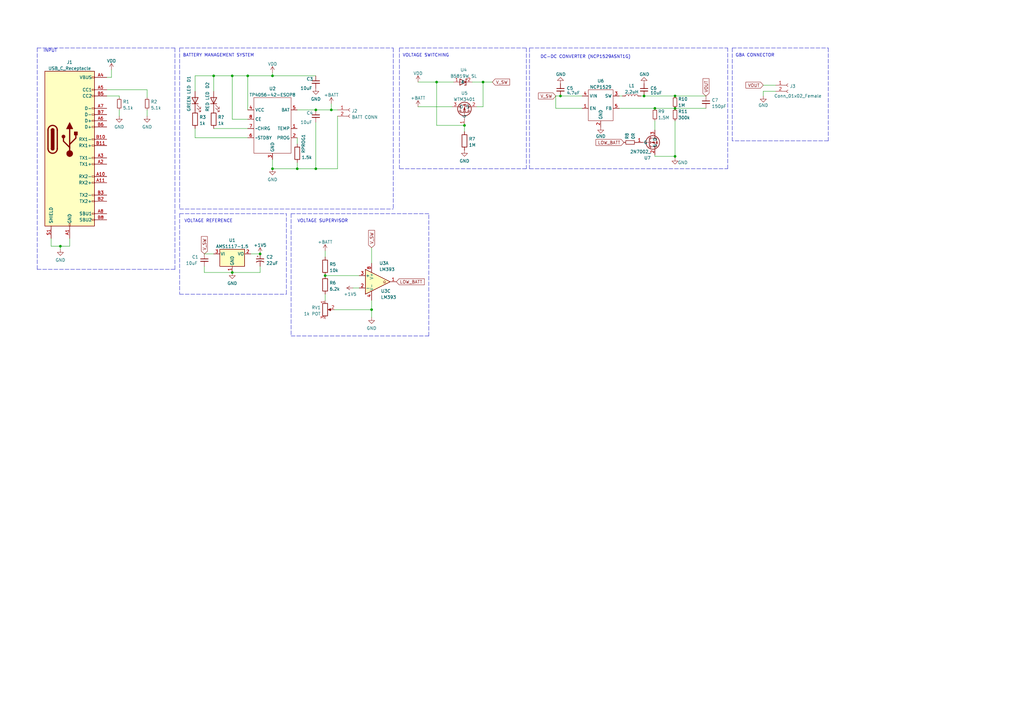
<source format=kicad_sch>
(kicad_sch (version 20211123) (generator eeschema)
  (paper "A3")
  (lib_symbols
    (symbol "BMS:TP4056-42-ESOP8"
      (property "Reference" "U" (at 0 17.78 0))
      (property "Value" "TP4056-42-ESOP8" (at 0 15.24 0))
      (symbol "TP4056-42-ESOP8_0_1"
        (rectangle (start -7.62 12.7) (end 7.62 -10.16) (stroke (width 0.1524)))
      )
      (symbol "TP4056-42-ESOP8_1_1"
        (pin input line (at 10.16 0 180) (length 2.54) (name "TEMP") (number "1"))
        (pin input line (at 10.16 -3.81 180) (length 2.54) (name "PROG") (number "2"))
        (pin power_in line (at 0 -12.7 90) (length 2.54) (name "GND") (number "3"))
        (pin power_in line (at -10.16 7.62 0) (length 2.54) (name "VCC") (number "4"))
        (pin output line (at 10.16 7.62 180) (length 2.54) (name "BAT") (number "5"))
        (pin output line (at -10.16 -3.81 0) (length 2.54) (name "~STDBY") (number "6"))
        (pin output line (at -10.16 0 0) (length 2.54) (name "~CHRG") (number "7"))
        (pin input line (at -10.16 3.81 0) (length 2.54) (name "CE") (number "8"))
      )
    )
    (symbol "Comparator:LM393" (pin_names (offset 0.127))
      (property "Reference" "U" (at 3.81 3.81 0))
      (property "Value" "LM393" (at 6.35 -3.81 0))
      (symbol "LM393_1_1"
        (polyline (pts (xy -5.08 5.08) (xy 5.08 0) (xy -5.08 -5.08) (xy -5.08 5.08)) (stroke (width 0.254)) (fill (type background)))
        (polyline (pts (xy 3.302 -0.508) (xy 2.794 -0.508) (xy 3.302 0) (xy 2.794 0.508) (xy 2.286 0) (xy 2.794 -0.508) (xy 2.286 -0.508)) (stroke (width 0.127)))
        (pin open_collector line (at 7.62 0 180) (length 2.54) (name "~") (number "1"))
        (pin input line (at -7.62 -2.54 0) (length 2.54) (name "-") (number "2"))
        (pin input line (at -7.62 2.54 0) (length 2.54) (name "+") (number "3"))
      )
      (symbol "LM393_2_1"
        (polyline (pts (xy -5.08 5.08) (xy 5.08 0) (xy -5.08 -5.08) (xy -5.08 5.08)) (stroke (width 0.254)) (fill (type background)))
        (polyline (pts (xy 3.302 -0.508) (xy 2.794 -0.508) (xy 3.302 0) (xy 2.794 0.508) (xy 2.286 0) (xy 2.794 -0.508) (xy 2.286 -0.508)) (stroke (width 0.127)))
        (pin input line (at -7.62 2.54 0) (length 2.54) (name "+") (number "5"))
        (pin input line (at -7.62 -2.54 0) (length 2.54) (name "_") (number "6"))
        (pin open_collector line (at 7.62 0 180) (length 2.54) (name "~") (number "7"))
      )
      (symbol "LM393_3_1"
        (pin power_in line (at -2.54 -7.62 90) (length 3.81) (name "V-") (number "4"))
        (pin power_in line (at -2.54 7.62 270) (length 3.81) (name "V+") (number "8"))
      )
    )
    (symbol "Connector:Conn_01x02_Female" (pin_names (offset 1.016) hide)
      (property "Reference" "J" (at 0 2.54 0))
      (property "Value" "Conn_01x02_Female" (at 0 -5.08 0))
      (symbol "Conn_01x02_Female_1_1"
        (arc (start 0 -2.032) (mid -0.508 -2.54) (end 0 -3.048) (stroke (width 0.1524)))
        (polyline (pts (xy -1.27 -2.54) (xy -0.508 -2.54)) (stroke (width 0.1524)))
        (polyline (pts (xy -1.27 0) (xy -0.508 0)) (stroke (width 0.1524)))
        (arc (start 0 0.508) (mid -0.508 0) (end 0 -0.508) (stroke (width 0.1524)))
        (pin passive line (at -5.08 0 0) (length 3.81) (name "Pin_1") (number "1"))
        (pin passive line (at -5.08 -2.54 0) (length 3.81) (name "Pin_2") (number "2"))
      )
    )
    (symbol "Connector:USB_C_Receptacle" (pin_names (offset 1.016))
      (property "Reference" "J" (at -10.16 29.21 0))
      (property "Value" "USB_C_Receptacle" (at 10.16 29.21 0))
      (symbol "USB_C_Receptacle_0_0"
        (rectangle (start -0.254 -35.56) (end 0.254 -34.544))
        (rectangle (start 10.16 -32.766) (end 9.144 -33.274))
        (rectangle (start 10.16 -30.226) (end 9.144 -30.734))
        (rectangle (start 10.16 -25.146) (end 9.144 -25.654))
        (rectangle (start 10.16 -22.606) (end 9.144 -23.114))
        (rectangle (start 10.16 -17.526) (end 9.144 -18.034))
        (rectangle (start 10.16 -14.986) (end 9.144 -15.494))
        (rectangle (start 10.16 -9.906) (end 9.144 -10.414))
        (rectangle (start 10.16 -7.366) (end 9.144 -7.874))
        (rectangle (start 10.16 -2.286) (end 9.144 -2.794))
        (rectangle (start 10.16 0.254) (end 9.144 -0.254))
        (rectangle (start 10.16 5.334) (end 9.144 4.826))
        (rectangle (start 10.16 7.874) (end 9.144 7.366))
        (rectangle (start 10.16 10.414) (end 9.144 9.906))
        (rectangle (start 10.16 12.954) (end 9.144 12.446))
        (rectangle (start 10.16 18.034) (end 9.144 17.526))
        (rectangle (start 10.16 20.574) (end 9.144 20.066))
        (rectangle (start 10.16 25.654) (end 9.144 25.146))
      )
      (symbol "USB_C_Receptacle_0_1"
        (rectangle (start -10.16 27.94) (end 10.16 -35.56) (stroke (width 0.254)) (fill (type background)))
        (arc (start -8.89 -3.81) (mid -6.985 -5.715) (end -5.08 -3.81) (stroke (width 0.508)))
        (arc (start -7.62 -3.81) (mid -6.985 -4.445) (end -6.35 -3.81) (stroke (width 0.254)))
        (arc (start -7.62 -3.81) (mid -6.985 -4.445) (end -6.35 -3.81) (stroke (width 0.254)) (fill (type outline)))
        (rectangle (start -7.62 -3.81) (end -6.35 3.81) (stroke (width 0.254)) (fill (type outline)))
        (arc (start -6.35 3.81) (mid -6.985 4.445) (end -7.62 3.81) (stroke (width 0.254)))
        (arc (start -6.35 3.81) (mid -6.985 4.445) (end -7.62 3.81) (stroke (width 0.254)) (fill (type outline)))
        (arc (start -5.08 3.81) (mid -6.985 5.715) (end -8.89 3.81) (stroke (width 0.508)))
        (polyline (pts (xy -8.89 -3.81) (xy -8.89 3.81)) (stroke (width 0.508)))
        (polyline (pts (xy -5.08 3.81) (xy -5.08 -3.81)) (stroke (width 0.508)))
      )
      (symbol "USB_C_Receptacle_1_1"
        (circle (center -2.54 1.143) (radius 0.635) (stroke (width 0.254)) (fill (type outline)))
        (circle (center 0 -5.842) (radius 1.27) (fill (type outline)))
        (polyline (pts (xy 0 -5.842) (xy 0 4.318)) (stroke (width 0.508)))
        (polyline (pts (xy 0 -3.302) (xy -2.54 -0.762) (xy -2.54 0.508)) (stroke (width 0.508)))
        (polyline (pts (xy 0 -2.032) (xy 2.54 0.508) (xy 2.54 1.778)) (stroke (width 0.508)))
        (polyline (pts (xy -1.27 4.318) (xy 0 6.858) (xy 1.27 4.318) (xy -1.27 4.318)) (stroke (width 0.254)) (fill (type outline)))
        (rectangle (start 1.905 1.778) (end 3.175 3.048) (stroke (width 0.254)) (fill (type outline)))
        (pin passive line (at 0 -40.64 90) (length 5.08) (name "GND") (number "A1"))
        (pin bidirectional line (at 15.24 -15.24 180) (length 5.08) (name "RX2-") (number "A10"))
        (pin bidirectional line (at 15.24 -17.78 180) (length 5.08) (name "RX2+") (number "A11"))
        (pin passive line (at 0 -40.64 90) (length 5.08) hide (name "GND") (number "A12"))
        (pin bidirectional line (at 15.24 -10.16 180) (length 5.08) (name "TX1+") (number "A2"))
        (pin bidirectional line (at 15.24 -7.62 180) (length 5.08) (name "TX1-") (number "A3"))
        (pin passive line (at 15.24 25.4 180) (length 5.08) (name "VBUS") (number "A4"))
        (pin bidirectional line (at 15.24 20.32 180) (length 5.08) (name "CC1") (number "A5"))
        (pin bidirectional line (at 15.24 7.62 180) (length 5.08) (name "D+") (number "A6"))
        (pin bidirectional line (at 15.24 12.7 180) (length 5.08) (name "D-") (number "A7"))
        (pin bidirectional line (at 15.24 -30.48 180) (length 5.08) (name "SBU1") (number "A8"))
        (pin passive line (at 15.24 25.4 180) (length 5.08) hide (name "VBUS") (number "A9"))
        (pin passive line (at 0 -40.64 90) (length 5.08) hide (name "GND") (number "B1"))
        (pin bidirectional line (at 15.24 0 180) (length 5.08) (name "RX1-") (number "B10"))
        (pin bidirectional line (at 15.24 -2.54 180) (length 5.08) (name "RX1+") (number "B11"))
        (pin passive line (at 0 -40.64 90) (length 5.08) hide (name "GND") (number "B12"))
        (pin bidirectional line (at 15.24 -25.4 180) (length 5.08) (name "TX2+") (number "B2"))
        (pin bidirectional line (at 15.24 -22.86 180) (length 5.08) (name "TX2-") (number "B3"))
        (pin passive line (at 15.24 25.4 180) (length 5.08) hide (name "VBUS") (number "B4"))
        (pin bidirectional line (at 15.24 17.78 180) (length 5.08) (name "CC2") (number "B5"))
        (pin bidirectional line (at 15.24 5.08 180) (length 5.08) (name "D+") (number "B6"))
        (pin bidirectional line (at 15.24 10.16 180) (length 5.08) (name "D-") (number "B7"))
        (pin bidirectional line (at 15.24 -33.02 180) (length 5.08) (name "SBU2") (number "B8"))
        (pin passive line (at 15.24 25.4 180) (length 5.08) hide (name "VBUS") (number "B9"))
        (pin passive line (at -7.62 -40.64 90) (length 5.08) (name "SHIELD") (number "S1"))
      )
    )
    (symbol "DC_DC:NCP1529"
      (property "Reference" "U" (at 0 10.795 0))
      (property "Value" "NCP1529" (at 0 8.255 0))
      (symbol "NCP1529_0_1"
        (rectangle (start -5.08 6.35) (end 5.08 -6.35) (stroke (width 0.1524)))
      )
      (symbol "NCP1529_1_1"
        (pin input line (at -7.62 -1.27 0) (length 2.54) (name "EN") (number "1"))
        (pin input line (at 0 -8.89 90) (length 2.54) (name "GND") (number "2"))
        (pin input line (at 7.62 3.81 180) (length 2.54) (name "SW") (number "3"))
        (pin input line (at -7.62 3.81 0) (length 2.54) (name "VIN") (number "4"))
        (pin input line (at 7.62 -1.27 180) (length 2.54) (name "FB") (number "5"))
      )
    )
    (symbol "DIODE:SHOTTKY"
      (property "Reference" "U" (at 0 3.175 0))
      (property "Value" "SHOTTKY" (at 0 5.08 0))
      (symbol "SHOTTKY_0_1"
        (polyline (pts (xy 1.27 -1.27) (xy 0.635 -1.27)) (stroke (width 0.254)))
        (polyline (pts (xy 1.27 0) (xy -1.27 0)))
        (polyline (pts (xy 1.27 1.27) (xy 1.27 -1.27)) (stroke (width 0.254)))
        (polyline (pts (xy 1.27 1.27) (xy 1.905 1.27)) (stroke (width 0.25)))
        (polyline (pts (xy -1.27 -1.27) (xy -1.27 1.27) (xy 1.27 0) (xy -1.27 -1.27)) (stroke (width 0.254)))
      )
      (symbol "SHOTTKY_1_1"
        (pin passive line (at -3.81 0 0) (length 2.54) (name "A") (number "1"))
        (pin passive line (at 3.81 0 180) (length 2.54) (name "K") (number "2"))
      )
    )
    (symbol "Device:C_Polarized_Small_US" (pin_numbers hide) (pin_names (offset 0.254) hide)
      (property "Reference" "C" (at 0.254 1.778 0))
      (property "Value" "C_Polarized_Small_US" (at 0.254 -2.032 0))
      (symbol "C_Polarized_Small_US_0_1"
        (polyline (pts (xy -1.524 0.508) (xy 1.524 0.508)) (stroke (width 0.3048)))
        (polyline (pts (xy -1.27 1.524) (xy -0.762 1.524)))
        (polyline (pts (xy -1.016 1.27) (xy -1.016 1.778)))
        (arc (start 1.524 -0.762) (mid 0 -0.3734) (end -1.524 -0.762) (stroke (width 0.3048)))
      )
      (symbol "C_Polarized_Small_US_1_1"
        (pin passive line (at 0 2.54 270) (length 2.032) (name "~") (number "1"))
        (pin passive line (at 0 -2.54 90) (length 2.032) (name "~") (number "2"))
      )
    )
    (symbol "Device:C_Small" (pin_numbers hide) (pin_names (offset 0.254) hide)
      (property "Reference" "C" (at 0.254 1.778 0))
      (property "Value" "C_Small" (at 0.254 -2.032 0))
      (symbol "C_Small_0_1"
        (polyline (pts (xy -1.524 -0.508) (xy 1.524 -0.508)) (stroke (width 0.3302)))
        (polyline (pts (xy -1.524 0.508) (xy 1.524 0.508)) (stroke (width 0.3048)))
      )
      (symbol "C_Small_1_1"
        (pin passive line (at 0 2.54 270) (length 2.032) (name "~") (number "1"))
        (pin passive line (at 0 -2.54 90) (length 2.032) (name "~") (number "2"))
      )
    )
    (symbol "Device:L" (pin_numbers hide) (pin_names (offset 1.016) hide)
      (property "Reference" "L" (at -1.27 0 90))
      (property "Value" "L" (at 1.905 0 90))
      (symbol "L_0_1"
        (arc (start 0 -2.54) (mid 0.635 -1.905) (end 0 -1.27))
        (arc (start 0 -1.27) (mid 0.635 -0.635) (end 0 0))
        (arc (start 0 0) (mid 0.635 0.635) (end 0 1.27))
        (arc (start 0 1.27) (mid 0.635 1.905) (end 0 2.54))
      )
      (symbol "L_1_1"
        (pin passive line (at 0 3.81 270) (length 1.27) (name "1") (number "1"))
        (pin passive line (at 0 -3.81 90) (length 1.27) (name "2") (number "2"))
      )
    )
    (symbol "Device:LED" (pin_numbers hide) (pin_names (offset 1.016) hide)
      (property "Reference" "D" (at 0 2.54 0))
      (property "Value" "LED" (at 0 -2.54 0))
      (symbol "LED_0_1"
        (polyline (pts (xy -1.27 -1.27) (xy -1.27 1.27)) (stroke (width 0.254)))
        (polyline (pts (xy -1.27 0) (xy 1.27 0)))
        (polyline (pts (xy 1.27 -1.27) (xy 1.27 1.27) (xy -1.27 0) (xy 1.27 -1.27)) (stroke (width 0.254)))
        (polyline (pts (xy -3.048 -0.762) (xy -4.572 -2.286) (xy -3.81 -2.286) (xy -4.572 -2.286) (xy -4.572 -1.524)))
        (polyline (pts (xy -1.778 -0.762) (xy -3.302 -2.286) (xy -2.54 -2.286) (xy -3.302 -2.286) (xy -3.302 -1.524)))
      )
      (symbol "LED_1_1"
        (pin passive line (at -3.81 0 0) (length 2.54) (name "K") (number "1"))
        (pin passive line (at 3.81 0 180) (length 2.54) (name "A") (number "2"))
      )
    )
    (symbol "Device:R" (pin_numbers hide) (pin_names (offset 0))
      (property "Reference" "R" (at 2.032 0 90))
      (property "Value" "R" (at 0 0 90))
      (symbol "R_0_1"
        (rectangle (start -1.016 -2.54) (end 1.016 2.54) (stroke (width 0.254)))
      )
      (symbol "R_1_1"
        (pin passive line (at 0 3.81 270) (length 1.27) (name "~") (number "1"))
        (pin passive line (at 0 -3.81 90) (length 1.27) (name "~") (number "2"))
      )
    )
    (symbol "Device:R_Potentiometer" (pin_names (offset 1.016) hide)
      (property "Reference" "RV" (at -4.445 0 90))
      (property "Value" "R_Potentiometer" (at -2.54 0 90))
      (symbol "R_Potentiometer_0_1"
        (polyline (pts (xy 2.54 0) (xy 1.524 0)))
        (polyline (pts (xy 1.143 0) (xy 2.286 0.508) (xy 2.286 -0.508) (xy 1.143 0)) (fill (type outline)))
        (rectangle (start 1.016 2.54) (end -1.016 -2.54) (stroke (width 0.254)))
      )
      (symbol "R_Potentiometer_1_1"
        (pin passive line (at 0 3.81 270) (length 1.27) (name "1") (number "1"))
        (pin passive line (at 3.81 0 180) (length 1.27) (name "2") (number "2"))
        (pin passive line (at 0 -3.81 90) (length 1.27) (name "3") (number "3"))
      )
    )
    (symbol "Device:R_Small" (pin_numbers hide) (pin_names (offset 0.254) hide)
      (property "Reference" "R" (at 0.762 0.508 0))
      (property "Value" "R_Small" (at 0.762 -1.016 0))
      (symbol "R_Small_0_1"
        (rectangle (start -0.762 1.778) (end 0.762 -1.778) (stroke (width 0.2032)))
      )
      (symbol "R_Small_1_1"
        (pin passive line (at 0 2.54 270) (length 0.762) (name "~") (number "1"))
        (pin passive line (at 0 -2.54 90) (length 0.762) (name "~") (number "2"))
      )
    )
    (symbol "MOSFET:2N7002_"
      (property "Reference" "U" (at 0 12.7 0))
      (property "Value" "2N7002_" (at 0 15.24 0))
      (symbol "2N7002__0_1"
        (circle (center -0.889 0) (radius 2.794) (stroke (width 0.254)))
        (circle (center 0 -1.778) (radius 0.254) (fill (type outline)))
        (polyline (pts (xy -2.286 0) (xy -5.08 0)))
        (polyline (pts (xy -2.286 1.905) (xy -2.286 -1.905)) (stroke (width 0.254)))
        (polyline (pts (xy -1.778 -1.27) (xy -1.778 -2.286)) (stroke (width 0.254)))
        (polyline (pts (xy -1.778 0.508) (xy -1.778 -0.508)) (stroke (width 0.254)))
        (polyline (pts (xy -1.778 2.286) (xy -1.778 1.27)) (stroke (width 0.254)))
        (polyline (pts (xy 0 2.54) (xy 0 1.778)))
        (polyline (pts (xy 0 -2.54) (xy 0 0) (xy -1.778 0)))
        (polyline (pts (xy -1.778 1.778) (xy 0.762 1.778) (xy 0.762 -1.778) (xy -1.778 -1.778)))
        (polyline (pts (xy -1.27 0) (xy -0.254 -0.381) (xy -0.254 0.381) (xy -1.27 0)) (fill (type outline)))
        (polyline (pts (xy 0.254 -0.508) (xy 0.381 -0.381) (xy 1.143 -0.381) (xy 1.27 -0.254)))
        (polyline (pts (xy 0.762 -0.381) (xy 0.381 0.254) (xy 1.143 0.254) (xy 0.762 -0.381)))
        (circle (center 0 1.778) (radius 0.254) (fill (type outline)))
      )
      (symbol "2N7002__1_1"
        (pin input line (at -7.62 0 0) (length 2.54) (name "G") (number "1"))
        (pin passive line (at 0 -5.08 90) (length 2.54) (name "S") (number "2"))
        (pin passive line (at 0 5.08 270) (length 2.54) (name "D") (number "3"))
      )
    )
    (symbol "MOSFET:WTM3401"
      (property "Reference" "U" (at 0 11.43 0))
      (property "Value" "WTM3401" (at 0 13.97 0))
      (symbol "WTM3401_0_1"
        (circle (center -0.889 0) (radius 2.794) (stroke (width 0.254)))
        (circle (center 0 -1.778) (radius 0.254) (fill (type outline)))
        (polyline (pts (xy -2.286 0) (xy -5.08 0)))
        (polyline (pts (xy -2.286 1.905) (xy -2.286 -1.905)) (stroke (width 0.254)))
        (polyline (pts (xy -1.778 -1.27) (xy -1.778 -2.286)) (stroke (width 0.254)))
        (polyline (pts (xy -1.778 0.508) (xy -1.778 -0.508)) (stroke (width 0.254)))
        (polyline (pts (xy -1.778 2.286) (xy -1.778 1.27)) (stroke (width 0.254)))
        (polyline (pts (xy 0 2.54) (xy 0 1.778)))
        (polyline (pts (xy 0 -2.54) (xy 0 0) (xy -1.778 0)))
        (polyline (pts (xy -1.778 1.778) (xy 0.762 1.778) (xy 0.762 -1.778) (xy -1.778 -1.778)))
        (polyline (pts (xy -0.254 0) (xy -1.27 0.381) (xy -1.27 -0.381) (xy -0.254 0)) (fill (type outline)))
        (polyline (pts (xy 0.254 -0.508) (xy 0.381 -0.381) (xy 1.143 -0.381) (xy 1.27 -0.254)))
        (polyline (pts (xy 0.762 -0.381) (xy 0.381 0.254) (xy 1.143 0.254) (xy 0.762 -0.381)))
        (circle (center 0 1.778) (radius 0.254) (fill (type outline)))
      )
      (symbol "WTM3401_1_1"
        (pin input line (at -7.62 0 0) (length 2.54) (name "G") (number "1"))
        (pin passive line (at 0 -5.08 90) (length 2.54) (name "S") (number "2"))
        (pin passive line (at 0 5.08 270) (length 2.54) (name "D") (number "3"))
      )
    )
    (symbol "Regulator_Linear:AMS1117-1.5" (pin_names (offset 0.254))
      (property "Reference" "U" (at -3.81 3.175 0))
      (property "Value" "AMS1117-1.5" (at 0 3.175 0))
      (symbol "AMS1117-1.5_0_1"
        (rectangle (start -5.08 -5.08) (end 5.08 1.905) (stroke (width 0.254)) (fill (type background)))
      )
      (symbol "AMS1117-1.5_1_1"
        (pin power_in line (at 0 -7.62 90) (length 2.54) (name "GND") (number "1"))
        (pin power_out line (at 7.62 0 180) (length 2.54) (name "VO") (number "2"))
        (pin power_in line (at -7.62 0 0) (length 2.54) (name "VI") (number "3"))
      )
    )
    (symbol "power:+1V5" (power) (pin_names (offset 0))
      (property "Value" "+1V5" (at 0 3.556 0))
      (symbol "+1V5_0_1"
        (polyline (pts (xy -0.762 1.27) (xy 0 2.54)))
        (polyline (pts (xy 0 0) (xy 0 2.54)))
        (polyline (pts (xy 0 2.54) (xy 0.762 1.27)))
      )
      (symbol "+1V5_1_1"
        (pin power_in line (at 0 0 90) (length 0) hide (name "+1V5") (number "1"))
      )
    )
    (symbol "power:+BATT" (power) (pin_names (offset 0))
      (property "Value" "+BATT" (at 0 3.556 0))
      (symbol "+BATT_0_1"
        (polyline (pts (xy -0.762 1.27) (xy 0 2.54)))
        (polyline (pts (xy 0 0) (xy 0 2.54)))
        (polyline (pts (xy 0 2.54) (xy 0.762 1.27)))
      )
      (symbol "+BATT_1_1"
        (pin power_in line (at 0 0 90) (length 0) hide (name "+BATT") (number "1"))
      )
    )
    (symbol "power:GND" (power) (pin_names (offset 0))
      (property "Value" "GND" (at 0 -3.81 0))
      (symbol "GND_0_1"
        (polyline (pts (xy 0 0) (xy 0 -1.27) (xy 1.27 -1.27) (xy 0 -2.54) (xy -1.27 -1.27) (xy 0 -1.27)))
      )
      (symbol "GND_1_1"
        (pin power_in line (at 0 0 270) (length 0) hide (name "GND") (number "1"))
      )
    )
    (symbol "power:VDD" (power) (pin_names (offset 0))
      (property "Value" "VDD" (at 0 3.81 0))
      (symbol "VDD_0_1"
        (polyline (pts (xy -0.762 1.27) (xy 0 2.54)))
        (polyline (pts (xy 0 0) (xy 0 2.54)))
        (polyline (pts (xy 0 2.54) (xy 0.762 1.27)))
      )
      (symbol "VDD_1_1"
        (pin power_in line (at 0 0 90) (length 0) hide (name "VDD") (number "1"))
      )
    )
  )
  (junction (at 276.86 39.37))
  (junction (at 276.86 64.135))
  (junction (at 133.35 113.03))
  (junction (at 95.25 31.115))
  (junction (at 152.4 127))
  (junction (at 190.5 51.435))
  (junction (at 101.6 31.115))
  (junction (at 268.605 44.45))
  (junction (at 121.92 69.215))
  (junction (at 129.54 69.215))
  (junction (at 129.54 45.085))
  (junction (at 111.76 31.115))
  (junction (at 95.25 111.76))
  (junction (at 87.63 31.115))
  (junction (at 111.76 69.215))
  (junction (at 179.07 33.655))
  (junction (at 264.16 39.37))
  (junction (at 24.765 100.965))
  (junction (at 135.89 45.085))
  (junction (at 106.68 104.14))
  (junction (at 198.12 33.655))
  (junction (at 229.87 39.37))
  (junction (at 276.86 44.45))
  (wire (pts (xy 179.07 51.435) (xy 190.5 51.435)))
  (wire (pts (xy 133.35 120.65) (xy 133.35 123.19)))
  (wire (pts (xy 45.72 31.75) (xy 45.72 28.575)))
  (wire (pts (xy 229.87 39.37) (xy 238.76 39.37)))
  (wire (pts (xy 138.43 47.625) (xy 138.43 69.215)))
  (polyline (pts (xy 73.66 19.685) (xy 73.66 85.725)))
  (wire (pts (xy 95.25 48.895) (xy 95.25 31.115)))
  (wire (pts (xy 133.35 113.03) (xy 147.32 113.03)))
  (polyline (pts (xy 298.45 69.215) (xy 298.45 19.685)))
  (wire (pts (xy 83.82 111.76) (xy 95.25 111.76)))
  (polyline (pts (xy 73.66 87.63) (xy 117.475 87.63)))
  (wire (pts (xy 195.58 43.815) (xy 198.12 43.815)))
  (wire (pts (xy 227.965 39.37) (xy 229.87 39.37)))
  (wire (pts (xy 87.63 52.705) (xy 101.6 52.705)))
  (wire (pts (xy 238.76 44.45) (xy 227.965 44.45)))
  (wire (pts (xy 254 44.45) (xy 268.605 44.45)))
  (wire (pts (xy 80.01 56.515) (xy 101.6 56.515)))
  (polyline (pts (xy 339.725 57.785) (xy 300.355 57.785)))
  (wire (pts (xy 313.055 39.37) (xy 313.055 37.465)))
  (polyline (pts (xy 73.66 120.65) (xy 117.475 120.65)))
  (polyline (pts (xy 217.17 19.685) (xy 298.45 19.685)))
  (wire (pts (xy 268.605 63.5) (xy 268.605 64.135)))
  (wire (pts (xy 268.605 64.135) (xy 276.86 64.135)))
  (wire (pts (xy 129.54 45.085) (xy 135.89 45.085)))
  (polyline (pts (xy 73.66 19.685) (xy 161.29 19.685)))
  (polyline (pts (xy 217.17 19.685) (xy 217.17 69.215)))
  (wire (pts (xy 313.055 37.465) (xy 318.135 37.465)))
  (wire (pts (xy 28.575 100.965) (xy 24.765 100.965)))
  (wire (pts (xy 254 39.37) (xy 255.27 39.37)))
  (wire (pts (xy 101.6 48.895) (xy 95.25 48.895)))
  (wire (pts (xy 101.6 31.115) (xy 101.6 45.085)))
  (wire (pts (xy 198.12 33.655) (xy 201.93 33.655)))
  (wire (pts (xy 95.25 31.115) (xy 87.63 31.115)))
  (wire (pts (xy 227.965 44.45) (xy 227.965 39.37)))
  (polyline (pts (xy 71.755 19.685) (xy 71.755 110.49)))
  (wire (pts (xy 111.76 65.405) (xy 111.76 69.215)))
  (wire (pts (xy 129.54 69.215) (xy 121.92 69.215)))
  (wire (pts (xy 137.16 127) (xy 152.4 127)))
  (polyline (pts (xy 15.24 19.685) (xy 71.755 19.685)))
  (wire (pts (xy 87.63 31.115) (xy 87.63 37.465)))
  (wire (pts (xy 276.86 64.135) (xy 276.86 64.77)))
  (wire (pts (xy 276.86 49.53) (xy 276.86 64.135)))
  (polyline (pts (xy 73.66 85.725) (xy 156.21 85.725)))
  (wire (pts (xy 313.055 34.925) (xy 318.135 34.925)))
  (wire (pts (xy 48.895 39.37) (xy 48.895 40.005)))
  (wire (pts (xy 135.89 45.085) (xy 138.43 45.085)))
  (wire (pts (xy 138.43 69.215) (xy 129.54 69.215)))
  (wire (pts (xy 179.07 33.655) (xy 186.055 33.655)))
  (polyline (pts (xy 119.38 87.63) (xy 175.895 87.63)))
  (wire (pts (xy 111.76 31.115) (xy 129.54 31.115)))
  (wire (pts (xy 106.68 111.76) (xy 95.25 111.76)))
  (wire (pts (xy 43.815 31.75) (xy 45.72 31.75)))
  (wire (pts (xy 185.42 43.815) (xy 171.45 43.815)))
  (wire (pts (xy 121.92 69.215) (xy 111.76 69.215)))
  (wire (pts (xy 28.575 97.79) (xy 28.575 100.965)))
  (wire (pts (xy 268.605 49.53) (xy 268.605 53.34)))
  (wire (pts (xy 121.92 56.515) (xy 121.92 59.055)))
  (polyline (pts (xy 300.355 19.685) (xy 339.725 19.685)))
  (wire (pts (xy 144.78 118.11) (xy 147.32 118.11)))
  (wire (pts (xy 152.4 127) (xy 152.4 123.19)))
  (polyline (pts (xy 161.29 19.685) (xy 161.29 85.725)))
  (polyline (pts (xy 175.895 137.795) (xy 175.895 87.63)))
  (wire (pts (xy 193.675 33.655) (xy 198.12 33.655)))
  (polyline (pts (xy 156.21 85.725) (xy 161.29 85.725)))
  (wire (pts (xy 129.54 50.165) (xy 129.54 69.215)))
  (wire (pts (xy 43.815 39.37) (xy 48.895 39.37)))
  (wire (pts (xy 276.86 44.45) (xy 289.56 44.45)))
  (wire (pts (xy 80.01 31.115) (xy 80.01 37.465)))
  (wire (pts (xy 60.325 36.83) (xy 60.325 40.005)))
  (polyline (pts (xy 119.38 137.795) (xy 175.895 137.795)))
  (wire (pts (xy 48.895 45.085) (xy 48.895 47.625)))
  (wire (pts (xy 135.89 42.545) (xy 135.89 45.085)))
  (polyline (pts (xy 163.83 19.685) (xy 215.9 19.685)))
  (wire (pts (xy 24.765 100.965) (xy 24.765 102.235)))
  (wire (pts (xy 264.16 39.37) (xy 276.86 39.37)))
  (polyline (pts (xy 117.475 120.65) (xy 117.475 87.63)))
  (wire (pts (xy 190.5 51.435) (xy 190.5 53.975)))
  (wire (pts (xy 43.815 36.83) (xy 60.325 36.83)))
  (wire (pts (xy 20.955 100.965) (xy 24.765 100.965)))
  (polyline (pts (xy 215.9 69.215) (xy 163.83 69.215)))
  (wire (pts (xy 262.89 39.37) (xy 264.16 39.37)))
  (polyline (pts (xy 163.83 19.685) (xy 163.83 69.215)))
  (polyline (pts (xy 339.725 19.685) (xy 339.725 57.785)))
  (polyline (pts (xy 300.355 19.685) (xy 300.355 57.785)))
  (wire (pts (xy 111.76 31.115) (xy 101.6 31.115)))
  (wire (pts (xy 179.07 33.655) (xy 179.07 51.435)))
  (wire (pts (xy 276.86 39.37) (xy 289.56 39.37)))
  (wire (pts (xy 198.12 43.815) (xy 198.12 33.655)))
  (wire (pts (xy 152.4 101.6) (xy 152.4 107.95)))
  (wire (pts (xy 268.605 44.45) (xy 276.86 44.45)))
  (wire (pts (xy 106.68 109.22) (xy 106.68 111.76)))
  (wire (pts (xy 171.45 33.655) (xy 179.07 33.655)))
  (wire (pts (xy 80.01 52.705) (xy 80.01 56.515)))
  (wire (pts (xy 111.76 29.845) (xy 111.76 31.115)))
  (wire (pts (xy 101.6 31.115) (xy 95.25 31.115)))
  (wire (pts (xy 152.4 127) (xy 152.4 130.175)))
  (polyline (pts (xy 73.66 87.63) (xy 73.66 120.65)))
  (polyline (pts (xy 217.17 69.215) (xy 298.45 69.215)))
  (polyline (pts (xy 71.755 110.49) (xy 15.24 110.49)))
  (wire (pts (xy 60.325 45.085) (xy 60.325 47.625)))
  (wire (pts (xy 83.82 109.22) (xy 83.82 111.76)))
  (wire (pts (xy 133.35 102.87) (xy 133.35 105.41)))
  (polyline (pts (xy 15.24 110.49) (xy 15.24 19.685)))
  (wire (pts (xy 83.82 104.14) (xy 87.63 104.14)))
  (wire (pts (xy 20.955 97.79) (xy 20.955 100.965)))
  (polyline (pts (xy 119.38 87.63) (xy 119.38 137.795)))
  (polyline (pts (xy 215.9 19.685) (xy 215.9 69.215)))
  (wire (pts (xy 87.63 31.115) (xy 80.01 31.115)))
  (wire (pts (xy 102.87 104.14) (xy 106.68 104.14)))
  (wire (pts (xy 121.92 45.085) (xy 129.54 45.085)))
  (wire (pts (xy 121.92 66.675) (xy 121.92 69.215)))
  (text "INPUT" (at 17.78 21.59 0) (effects (font (size 1.27 1.27)) (justify left bottom)))
  (text "GBA CONNECTOR" (at 301.625 23.495 0) (effects (font (size 1.27 1.27)) (justify left bottom)))
  (text "VOLTAGE REFERENCE" (at 75.565 91.44 0) (effects (font (size 1.27 1.27)) (justify left bottom)))
  (text "VOLTAGE SUPERVISOR" (at 121.92 91.44 0) (effects (font (size 1.27 1.27)) (justify left bottom)))
  (text "BATTERY MANAGEMENT SYSTEM" (at 74.93 23.495 0) (effects (font (size 1.27 1.27)) (justify left bottom)))
  (text "VOLTAGE SWITCHING" (at 165.1 23.495 0) (effects (font (size 1.27 1.27)) (justify left bottom)))
  (text "DC-DC CONVERTER (NCP1529ASNT1G)" (at 221.615 24.13 0) (effects (font (size 1.27 1.27)) (justify left bottom)))
  (global_label "LOW_BATT" (shape input) (at 162.56 115.57 0) (property "Intersheet References" "${INTERSHEET_REFS}" (effects hide)))
  (global_label "V_SW" (shape input) (at 227.965 39.37 180) (property "Intersheet References" "${INTERSHEET_REFS}" (effects hide)))
  (global_label "VOUT" (shape input) (at 289.56 39.37 90) (property "Intersheet References" "${INTERSHEET_REFS}" (effects hide)))
  (global_label "V_SW" (shape input) (at 83.82 104.14 90) (property "Intersheet References" "${INTERSHEET_REFS}" (effects hide)))
  (global_label "VOUT" (shape input) (at 313.055 34.925 180) (property "Intersheet References" "${INTERSHEET_REFS}" (effects hide)))
  (global_label "V_SW" (shape input) (at 201.93 33.655 0) (property "Intersheet References" "${INTERSHEET_REFS}" (effects hide)))
  (global_label "V_SW" (shape input) (at 152.4 101.6 90) (property "Intersheet References" "${INTERSHEET_REFS}" (effects hide)))
  (global_label "LOW_BATT" (shape input) (at 255.905 58.42 180) (property "Intersheet References" "${INTERSHEET_REFS}" (effects hide)))
  (symbol (lib_id "power:GND") (at 95.25 111.76 0) (unit 1)
    (property "Reference" "#PWR05" (effects hide))
    (property "Value" "GND" (at 95.25 116.2034 0))
  )
  (symbol (lib_id "power:GND") (at 229.87 34.29 180) (unit 1)
    (property "Reference" "#PWR017" (effects hide))
    (property "Value" "GND" (at 227.965 30.48 0) (effects (justify right)))
  )
  (symbol (lib_id "power:GND") (at 264.16 34.29 180) (unit 1)
    (property "Reference" "#PWR019" (effects hide))
    (property "Value" "GND" (at 262.255 30.48 0) (effects (justify right)))
  )
  (symbol (lib_id "Device:R_Small") (at 276.86 41.91 0) (unit 1)
    (property "Reference" "R10" (at 278.13 40.64 0) (effects (justify left)))
    (property "Value" "1M" (at 278.13 43.18 0) (effects (justify left)))
  )
  (symbol (lib_id "Device:C_Small") (at 289.56 41.91 0) (unit 1)
    (property "Reference" "C7" (at 291.8841 41.0816 0) (effects (justify left)))
    (property "Value" "150pF" (at 291.8841 43.6185 0) (effects (justify left)))
    (property "Footprint" "Capacitor_SMD:C_0603_1608Metric" (effects hide))
    (property "JLC_Part#" "C1594" (effects hide))
  )
  (symbol (lib_id "DC_DC:NCP1529") (at 246.38 43.18 0) (unit 1)
    (property "Reference" "U6" (at 246.38 33.181 0))
    (property "Value" "NCP1529" (at 246.38 35.7179 0))
  )
  (symbol (lib_id "Device:R") (at 121.92 62.865 0) (unit 1)
    (property "Reference" "RPROG1" (at 124.46 62.865 90) (effects (justify left)))
    (property "Value" "1.5k" (at 123.698 64.5672 0) (effects (justify left)))
    (property "Footprint" "Resistor_SMD:R_0603_1608Metric" (effects hide))
    (property "JLC_Part#" "C22843" (effects hide))
  )
  (symbol (lib_id "power:VDD") (at 171.45 33.655 0) (unit 1)
    (property "Reference" "#PWR014" (effects hide))
    (property "Value" "VDD" (at 171.45 30.0792 0))
  )
  (symbol (lib_id "power:+1V5") (at 106.68 104.14 0) (unit 1)
    (property "Reference" "#PWR06" (effects hide))
    (property "Value" "+1V5" (at 106.68 100.5642 0))
  )
  (symbol (lib_id "Device:C_Small") (at 129.54 33.655 0) (unit 1)
    (property "Reference" "C3" (at 125.73 32.385 0) (effects (justify left)))
    (property "Value" "10uF" (at 123.19 36.195 0) (effects (justify left)))
    (property "Footprint" "Capacitor_SMD:C_0603_1608Metric" (effects hide))
    (property "JL_Part#" "C19702" (effects hide))
  )
  (symbol (lib_id "Device:C_Small") (at 264.16 36.83 0) (unit 1)
    (property "Reference" "C6" (at 266.7 36.195 0) (effects (justify left)))
    (property "Value" "10uF" (at 266.7 38.1 0) (effects (justify left)))
    (property "Footprint" "Capacitor_SMD:C_0603_1608Metric" (effects hide))
    (property "JLC_Part#" "C19702" (effects hide))
  )
  (symbol (lib_id "Device:C_Small") (at 229.87 36.83 0) (unit 1)
    (property "Reference" "C5" (at 232.41 36.195 0) (effects (justify left)))
    (property "Value" "4.7uF" (at 232.41 38.1 0) (effects (justify left)))
    (property "Footprint" "Capacitor_SMD:C_0603_1608Metric" (effects hide))
    (property "JLC_Part#" "C19666" (effects hide))
  )
  (symbol (lib_id "Device:R_Small") (at 60.325 42.545 0) (unit 1)
    (property "Reference" "R2" (at 61.8236 41.7103 0) (effects (justify left)))
    (property "Value" "5.1k" (at 61.8236 44.2472 0) (effects (justify left)))
    (property "Footprint" "Resistor_SMD:R_0603_1608Metric" (effects hide))
    (property "JLC_Part#" "C23186" (effects hide))
  )
  (symbol (lib_id "Regulator_Linear:AMS1117-1.5") (at 95.25 104.14 0) (unit 1)
    (property "Reference" "U1" (at 95.25 98.5352 0))
    (property "Value" "AMS1117-1.5" (at 95.25 101.0721 0))
    (property "Footprint" "Package_TO_SOT_SMD:SOT-223-3_TabPin2" (effects hide))
    (property "Datasheet" "http://www.advanced-monolithic.com/pdf/ds1117.pdf" (effects hide))
  )
  (symbol (lib_id "MOSFET:2N7002_") (at 268.605 58.42 0) (unit 1)
    (property "Reference" "U7" (at 264.16 64.77 0) (effects (justify left)))
    (property "Value" "2N7002_" (at 258.445 62.23 0) (effects (justify left)))
    (property "JLC_Part#" "C8545" (effects hide))
  )
  (symbol (lib_id "BMS:TP4056-42-ESOP8") (at 111.76 52.705 0) (unit 1)
    (property "Reference" "U2" (at 111.76 36.356 0))
    (property "Value" "TP4056-42-ESOP8" (at 111.76 38.8929 0))
    (property "JLC_Part#" "C16581" (effects hide))
  )
  (symbol (lib_id "Device:C_Small") (at 83.82 106.68 0) (unit 1)
    (property "Reference" "C1" (at 78.74 105.41 0) (effects (justify left)))
    (property "Value" "10uF" (at 76.2 107.95 0) (effects (justify left)))
    (property "Footprint" "Capacitor_SMD:C_0603_1608Metric" (effects hide))
    (property "JLC_Part#" "C19702" (effects hide))
  )
  (symbol (lib_id "power:GND") (at 276.86 64.77 0) (unit 1)
    (property "Reference" "#PWR020" (effects hide))
    (property "Value" "GND" (at 280.035 66.675 0))
  )
  (symbol (lib_id "power:VDD") (at 111.76 29.845 0) (unit 1)
    (property "Reference" "#PWR07" (effects hide))
    (property "Value" "VDD" (at 111.76 26.2692 0))
  )
  (symbol (lib_id "power:GND") (at 111.76 69.215 0) (unit 1)
    (property "Reference" "#PWR08" (effects hide))
    (property "Value" "GND" (at 111.76 73.6584 0))
  )
  (symbol (lib_id "Device:LED") (at 80.01 41.275 90) (unit 1)
    (property "Reference" "D1" (at 77.47 31.115 0) (effects (justify right)))
    (property "Value" "GREEN LED" (at 77.47 34.925 0) (effects (justify right)))
    (property "Footprint" "LED_SMD:LED_0603_1608Metric" (effects hide))
  )
  (symbol (lib_id "DIODE:SHOTTKY") (at 189.865 33.655 0) (unit 1)
    (property "Reference" "U4" (at 190.1815 28.6852 0))
    (property "Value" "B5819W SL" (at 190.1815 31.2221 0))
  )
  (symbol (lib_id "power:VDD") (at 45.72 28.575 0) (unit 1)
    (property "Reference" "#PWR02" (effects hide))
    (property "Value" "VDD" (at 45.72 24.9992 0))
  )
  (symbol (lib_id "MOSFET:WTM3401") (at 190.5 43.815 90) (unit 1)
    (property "Reference" "U5" (at 190.5 38.2102 90))
    (property "Value" "WTM3401" (at 190.5 40.7471 90))
    (property "Datasheet" "https://datasheet.lcsc.com/lcsc/2107141900_WPMtek-Wei-Pan-Microelectronics-WTM3401_C2847494.pdf" (effects hide))
  )
  (symbol (lib_id "Device:R_Small") (at 268.605 46.99 0) (unit 1)
    (property "Reference" "R9" (at 269.875 45.72 0) (effects (justify left)))
    (property "Value" "1.5M" (at 269.875 48.26 0) (effects (justify left)))
  )
  (symbol (lib_id "power:GND") (at 48.895 47.625 0) (unit 1)
    (property "Reference" "#PWR03" (effects hide))
    (property "Value" "GND" (at 48.895 52.0684 0))
  )
  (symbol (lib_id "Device:R") (at 133.35 116.84 0) (unit 1)
    (property "Reference" "R6" (at 135.128 116.0053 0) (effects (justify left)))
    (property "Value" "6.2k" (at 135.128 118.5422 0) (effects (justify left)))
  )
  (symbol (lib_id "Device:R_Small") (at 258.445 58.42 90) (unit 1)
    (property "Reference" "R8" (at 257.175 57.15 0) (effects (justify left)))
    (property "Value" "0R" (at 259.715 57.15 0) (effects (justify left)))
    (property "Footprint" "Resistor_SMD:R_0201_0603Metric" (effects hide))
  )
  (symbol (lib_id "power:GND") (at 246.38 52.07 0) (unit 1)
    (property "Reference" "#PWR018" (effects hide))
    (property "Value" "GND" (at 246.38 55.88 0))
  )
  (symbol (lib_id "Device:L") (at 259.08 39.37 90) (unit 1)
    (property "Reference" "L1" (at 259.08 35.1622 90))
    (property "Value" "2.2uH" (at 259.08 37.6991 90))
    (property "Footprint" "Inductor_SMD:L_1206_3216Metric_Pad1.42x1.75mm_HandSolder" (effects hide))
  )
  (symbol (lib_id "power:GND") (at 152.4 130.175 0) (unit 1)
    (property "Reference" "#PWR013" (effects hide))
    (property "Value" "GND" (at 152.4 134.6184 0))
  )
  (symbol (lib_id "power:+1V5") (at 144.78 118.11 90) (unit 1)
    (property "Reference" "#PWR012" (effects hide))
    (property "Value" "+1V5" (at 140.97 120.65 90) (effects (justify right)))
  )
  (symbol (lib_id "power:GND") (at 24.765 102.235 0) (unit 1)
    (property "Reference" "#PWR01" (effects hide))
    (property "Value" "GND" (at 24.765 106.6784 0))
  )
  (symbol (lib_id "Device:R") (at 190.5 57.785 0) (unit 1)
    (property "Reference" "R7" (at 192.278 56.9503 0) (effects (justify left)))
    (property "Value" "1M" (at 192.278 59.4872 0) (effects (justify left)))
  )
  (symbol (lib_id "Device:R") (at 80.01 48.895 0) (unit 1)
    (property "Reference" "R3" (at 81.788 48.0603 0) (effects (justify left)))
    (property "Value" "1k" (at 81.788 50.5972 0) (effects (justify left)))
    (property "Footprint" "Resistor_SMD:R_0603_1608Metric" (effects hide))
    (property "JLC_Part#" "C21190" (effects hide))
  )
  (symbol (lib_id "Device:LED") (at 87.63 41.275 90) (unit 1)
    (property "Reference" "D2" (at 85.09 33.655 0) (effects (justify right)))
    (property "Value" "RED LED" (at 85.09 37.465 0) (effects (justify right)))
    (property "Footprint" "LED_SMD:LED_0603_1608Metric" (effects hide))
  )
  (symbol (lib_id "power:GND") (at 129.54 36.195 0) (unit 1)
    (property "Reference" "#PWR09" (effects hide))
    (property "Value" "GND" (at 129.54 40.6384 0))
  )
  (symbol (lib_id "Comparator:LM393") (at 154.94 115.57 0) (unit 1)
    (property "Reference" "U3" (at 157.48 107.95 0))
    (property "Value" "LM393" (at 158.75 110.49 0))
    (property "Datasheet" "http://www.ti.com/lit/ds/symlink/lm393.pdf" (effects hide))
  )
  (symbol (lib_id "power:GND") (at 60.325 47.625 0) (unit 1)
    (property "Reference" "#PWR04" (effects hide))
    (property "Value" "GND" (at 60.325 52.0684 0))
  )
  (symbol (lib_id "Comparator:LM393") (at 154.94 115.57 0) (unit 3)
    (property "Reference" "U3" (at 156.21 119.38 0) (effects (justify left)))
    (property "Value" "LM393" (at 156.21 121.92 0) (effects (justify left)))
    (property "Datasheet" "http://www.ti.com/lit/ds/symlink/lm393.pdf" (effects hide))
  )
  (symbol (lib_id "power:GND") (at 313.055 39.37 0) (unit 1)
    (property "Reference" "#PWR021" (effects hide))
    (property "Value" "GND" (at 313.055 43.18 0))
  )
  (symbol (lib_id "Device:R_Small") (at 276.86 46.99 0) (unit 1)
    (property "Reference" "R11" (at 278.13 45.72 0) (effects (justify left)))
    (property "Value" "300k" (at 278.13 48.26 0) (effects (justify left)))
  )
  (symbol (lib_id "Connector:USB_C_Receptacle") (at 28.575 57.15 0) (unit 1)
    (property "Reference" "J1" (at 28.575 25.5102 0))
    (property "Value" "USB_C_Receptacle" (at 28.575 28.0471 0))
    (property "Datasheet" "https://www.usb.org/sites/default/files/documents/usb_type-c.zip" (effects hide))
    (property "JLC_Part#" "C709357" (effects hide))
  )
  (symbol (lib_id "power:+BATT") (at 135.89 42.545 0) (unit 1)
    (property "Reference" "#PWR011" (effects hide))
    (property "Value" "+BATT" (at 135.89 38.9692 0))
  )
  (symbol (lib_id "Device:R") (at 87.63 48.895 0) (unit 1)
    (property "Reference" "R?" (at 89.408 48.0603 0) (effects (justify left)))
    (property "Value" "1k" (at 89.408 50.5972 0) (effects (justify left)))
    (property "Footprint" "Resistor_SMD:R_0603_1608Metric" (effects hide))
    (property "JLC_Part#" "C21190" (effects hide))
  )
  (symbol (lib_id "Device:R_Potentiometer") (at 133.35 127 0) (unit 1)
    (property "Reference" "RV1" (at 131.5721 126.1653 0) (effects (justify right)))
    (property "Value" "1k POT" (at 131.5721 128.7022 0) (effects (justify right)))
  )
  (symbol (lib_id "Connector:Conn_01x02_Female") (at 323.215 34.925 0) (unit 1)
    (property "Reference" "J3" (at 323.9262 35.3603 0) (effects (justify left)))
    (property "Value" "Conn_01x02_Female" (at 317.5 39.37 0) (effects (justify left)))
  )
  (symbol (lib_id "Device:C_Polarized_Small_US") (at 106.68 106.68 0) (unit 1)
    (property "Reference" "C2" (at 109.22 105.41 0) (effects (justify left)))
    (property "Value" "22uF" (at 109.22 107.95 0) (effects (justify left)))
    (property "Footprint" "Capacitor_SMD:C_0603_1608Metric" (effects hide))
    (property "JLC_Part#" "C59461" (effects hide))
  )
  (symbol (lib_id "Device:C_Small") (at 129.54 47.625 0) (unit 1)
    (property "Reference" "C4" (at 125.73 46.355 0) (effects (justify left)))
    (property "Value" "10uF" (at 123.19 50.165 0) (effects (justify left)))
    (property "Footprint" "Capacitor_SMD:C_0603_1608Metric" (effects hide))
    (property "JLC_Part#" "C19702" (effects hide))
  )
  (symbol (lib_id "power:+BATT") (at 133.35 102.87 0) (unit 1)
    (property "Reference" "#PWR010" (effects hide))
    (property "Value" "+BATT" (at 133.35 99.2942 0))
  )
  (symbol (lib_id "Device:R_Small") (at 48.895 42.545 0) (unit 1)
    (property "Reference" "R1" (at 50.3936 41.7103 0) (effects (justify left)))
    (property "Value" "5.1k" (at 50.3936 44.2472 0) (effects (justify left)))
    (property "Footprint" "Resistor_SMD:R_0603_1608Metric" (effects hide))
    (property "JLC_Part#" "C23186" (effects hide))
  )
  (symbol (lib_id "power:GND") (at 190.5 61.595 0) (unit 1)
    (property "Reference" "#PWR016" (effects hide))
    (property "Value" "GND" (at 190.5 66.0384 0))
  )
  (symbol (lib_id "Connector:Conn_01x02_Female") (at 143.51 45.085 0) (unit 1)
    (property "Reference" "J2" (at 144.2212 45.5203 0) (effects (justify left)))
    (property "Value" "BATT CONN" (at 144.2212 48.0572 0) (effects (justify left)))
  )
  (symbol (lib_id "power:+BATT") (at 171.45 43.815 0) (unit 1)
    (property "Reference" "#PWR015" (effects hide))
    (property "Value" "+BATT" (at 171.45 40.2392 0))
  )
  (symbol (lib_id "Device:R") (at 133.35 109.22 0) (unit 1)
    (property "Reference" "R5" (at 135.128 108.3853 0) (effects (justify left)))
    (property "Value" "10k" (at 135.128 110.9222 0) (effects (justify left)))
  )
)
</source>
